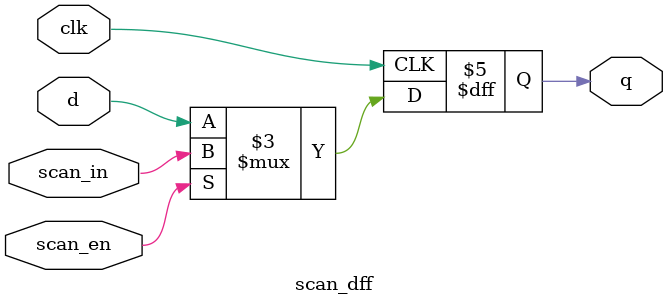
<source format=v>
module scan_dff (
    input clk,
    input d,
    input scan_in,
    input scan_en,
    output reg q );
    always @(posedge clk) begin
        if (scan_en)
            q <= scan_in;
        else
            q <= d;
    end
endmodule

</source>
